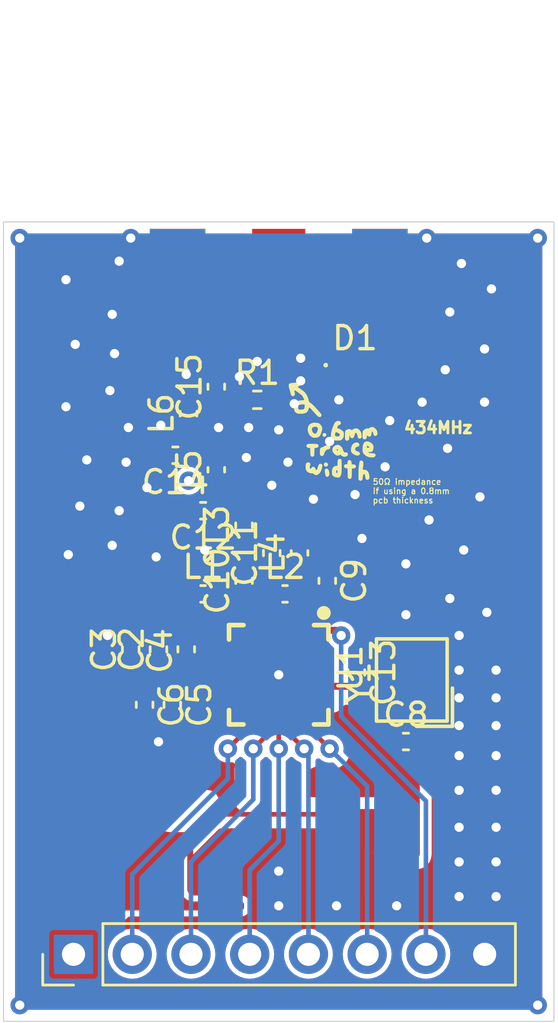
<source format=kicad_pcb>
(kicad_pcb (version 20240108) (generator "pcbnew") (generator_version "8.0")
  (layers (0 "F.Cu" signal) (31 "B.Cu" signal) (34 "B.Paste" user) (35 "F.Paste" user) (36 "B.SilkS" user "B.Silkscreen") (37 "F.SilkS" user "F.Silkscreen") (38 "B.Mask" user) (39 "F.Mask" user) (44 "Edge.Cuts" user))
  (net 0 "")
  (net 1 "GND")
  (net 2 "+3V3")
  (net 3 "RX+")
  (net 4 "TX")
  (net 5 "Net-(C10-Pad2)")
  (net 6 "Net-(C11-Pad2)")
  (net 7 "RX-")
  (net 8 "XIN")
  (net 9 "Net-(Y1-Output)")
  (net 10 "Net-(C14-Pad1)")
  (net 11 "Net-(C15-Pad1)")
  (net 12 "Net-(J2-RF)")
  (net 13 "SCLK")
  (net 16 "MISO")
  (net 18 "nCS")
  (net 20 "nINT")
  (net 22 "SDN")
  (net 24 "MOSI")
  (footprint "LOGO" (layer "F.Cu") (at 202.402191 62.745326)
    (property "Reference" "G***" (hide yes))
    (property "Value" "LOGO" (hide yes))
  )
  (footprint "Capacitor_SMD:C_0402_1005Metric_Pad0.74x0.62mm_HandSolder" (layer "F.Cu") (at 197.82 61.1625 90)
    (property "Reference" "C15" (at 0 -1.16 90) (layer "F.SilkS"))
    (property "Value" "11p6")
    (pad "1" smd roundrect (at -0.5675 0 90) (size 0.735 0.62) (layers "F.Cu" "F.Paste" "F.Mask") (net 11 "Net-(C15-Pad1)"))
    (pad "2" smd roundrect (at 0.5675 0 90) (size 0.735 0.62) (layers "F.Cu" "F.Paste" "F.Mask") (net 1 "GND"))
  )
  (footprint "Capacitor_SMD:C_0402_1005Metric_Pad0.74x0.62mm_HandSolder" (layer "F.Cu") (at 206.02 76.52)
    (property "Reference" "C8" (at 0 -1.16 0) (layer "F.SilkS"))
    (property "Value" "10n")
    (pad "1" smd roundrect (at -0.5675 0) (size 0.735 0.62) (layers "F.Cu" "F.Paste" "F.Mask") (net 2 "+3V3"))
    (pad "2" smd roundrect (at 0.5675 0) (size 0.735 0.62) (layers "F.Cu" "F.Paste" "F.Mask") (net 1 "GND"))
  )
  (footprint "Capacitor_SMD:C_0402_1005Metric_Pad0.74x0.62mm_HandSolder" (layer "F.Cu") (at 200.22 68.3625 90)
    (property "Reference" "C11" (at 0 -1.16 90) (layer "F.SilkS"))
    (property "Value" "6p5")
    (pad "1" smd roundrect (at -0.5675 0 90) (size 0.735 0.62) (layers "F.Cu" "F.Paste" "F.Mask") (net 7 "RX-"))
    (pad "2" smd roundrect (at 0.5675 0 90) (size 0.735 0.62) (layers "F.Cu" "F.Paste" "F.Mask") (net 6 "Net-(C11-Pad2)"))
  )
  (footprint "Capacitor_SMD:C_0402_1005Metric_Pad0.74x0.62mm_HandSolder" (layer "F.Cu") (at 195.92 74.93 -90)
    (property "Reference" "C5" (at 0 -1.16 90) (layer "F.SilkS"))
    (property "Value" "220p")
    (pad "1" smd roundrect (at -0.5675 0 270) (size 0.735 0.62) (layers "F.Cu" "F.Paste" "F.Mask") (net 2 "+3V3"))
    (pad "2" smd roundrect (at 0.5675 0 270) (size 0.735 0.62) (layers "F.Cu" "F.Paste" "F.Mask") (net 1 "GND"))
  )
  (footprint "Capacitor_SMD:C_0402_1005Metric_Pad0.74x0.62mm_HandSolder" (layer "F.Cu") (at 197.2525 66.53 180)
    (property "Reference" "C12" (at 0 -1.16 0) (layer "F.SilkS"))
    (property "Value" "15n4")
    (pad "1" smd roundrect (at -0.5675 0 180) (size 0.735 0.62) (layers "F.Cu" "F.Paste" "F.Mask") (net 6 "Net-(C11-Pad2)"))
    (pad "2" smd roundrect (at 0.5675 0 180) (size 0.735 0.62) (layers "F.Cu" "F.Paste" "F.Mask") (net 1 "GND"))
  )
  (footprint "Inductor_SMD:L_0402_1005Metric_Pad0.77x0.64mm_HandSolder" (layer "F.Cu") (at 197.2475 70.13)
    (property "Reference" "L1" (at 0 -1.17 0) (layer "F.SilkS"))
    (property "Value" "280n9")
    (pad "1" smd roundrect (at -0.5725 0) (size 0.765 0.64) (layers "F.Cu" "F.Paste" "F.Mask") (net 2 "+3V3"))
    (pad "2" smd roundrect (at 0.5725 0) (size 0.765 0.64) (layers "F.Cu" "F.Paste" "F.Mask") (net 4 "TX"))
  )
  (footprint "Capacitor_SMD:C_0402_1005Metric_Pad0.74x0.62mm_HandSolder" (layer "F.Cu") (at 196.52 72.53 90)
    (property "Reference" "C4" (at -0.07 -1.14 90) (layer "F.SilkS"))
    (property "Value" "100n")
    (pad "1" smd roundrect (at -0.5675 0 90) (size 0.735 0.62) (layers "F.Cu" "F.Paste" "F.Mask") (net 2 "+3V3"))
    (pad "2" smd roundrect (at 0.5675 0 90) (size 0.735 0.62) (layers "F.Cu" "F.Paste" "F.Mask") (net 1 "GND"))
  )
  (footprint "Diode_SMD:D_0402_1005Metric_Pad0.77x0.64mm_HandSolder" (layer "F.Cu") (at 203.8175 60.23)
    (property "Reference" "D1" (at 0 -1.17 0) (layer "F.SilkS"))
    (property "Value" "D_ESD")
    (pad "1" smd roundrect (at -0.5725 0) (size 0.765 0.64) (layers "F.Cu" "F.Paste" "F.Mask") (net 12 "Net-(J2-RF)"))
    (pad "2" smd roundrect (at 0.5725 0) (size 0.765 0.64) (layers "F.Cu" "F.Paste" "F.Mask") (net 1 "GND"))
  )
  (footprint "Strix:SMA-Edge" (layer "F.Cu") (at 200.52 56.83)
    (property "Reference" "J2")
    (property "Value" "Coax")
    (pad "1" smd rect (at 0 0) (size 2.3 5) (layers "F.Cu" "F.Paste" "F.Mask") (net 12 "Net-(J2-RF)"))
    (pad "2" smd rect (at -4.375 0) (size 2.4 5) (layers "F.Cu" "F.Paste" "F.Mask") (net 1 "GND"))
    (pad "2" smd rect (at -4.375 0) (size 2.4 5) (layers "B.Cu" "B.Paste" "B.Mask") (net 1 "GND"))
    (pad "2" smd rect (at 4.375 0) (size 2.4 5) (layers "F.Cu" "F.Paste" "F.Mask") (net 1 "GND"))
    (pad "2" smd rect (at 4.375 0) (size 2.4 5) (layers "B.Cu" "B.Paste" "B.Mask") (net 1 "GND"))
  )
  (footprint "Inductor_SMD:L_0402_1005Metric_Pad0.77x0.64mm_HandSolder" (layer "F.Cu") (at 197.82 64.7575 90)
    (property "Reference" "L5" (at 0 -1.17 90) (layer "F.SilkS"))
    (property "Value" "15n3")
    (pad "1" smd roundrect (at -0.5725 0 90) (size 0.765 0.64) (layers "F.Cu" "F.Paste" "F.Mask") (net 6 "Net-(C11-Pad2)"))
    (pad "2" smd roundrect (at 0.5725 0 90) (size 0.765 0.64) (layers "F.Cu" "F.Paste" "F.Mask") (net 10 "Net-(C14-Pad1)"))
  )
  (footprint "Capacitor_SMD:C_0402_1005Metric_Pad0.74x0.62mm_HandSolder" (layer "F.Cu") (at 195.32 72.53 90)
    (property "Reference" "C2" (at 0 -1.16 90) (layer "F.SilkS"))
    (property "Value" "1u")
    (pad "1" smd roundrect (at -0.5675 0 90) (size 0.735 0.62) (layers "F.Cu" "F.Paste" "F.Mask") (net 2 "+3V3"))
    (pad "2" smd roundrect (at 0.5675 0 90) (size 0.735 0.62) (layers "F.Cu" "F.Paste" "F.Mask") (net 1 "GND"))
  )
  (footprint "Capacitor_SMD:C_0402_1005Metric_Pad0.74x0.62mm_HandSolder" (layer "F.Cu") (at 203.88 73.53 -90)
    (property "Reference" "C13" (at 0 -1.16 90) (layer "F.SilkS"))
    (property "Value" "1n")
    (pad "1" smd roundrect (at -0.5675 0 270) (size 0.735 0.62) (layers "F.Cu" "F.Paste" "F.Mask") (net 9 "Net-(Y1-Output)"))
    (pad "2" smd roundrect (at 0.5675 0 270) (size 0.735 0.62) (layers "F.Cu" "F.Paste" "F.Mask") (net 8 "XIN"))
  )
  (footprint "2T026000VY:CRYSTAL-SMD_4P-L2.5-W2.0-BL-1" (layer "F.Cu") (at 206.2755 73.856 90)
    (property "Reference" "Y1" (at -0.114 -2.30475 90) (layer "F.SilkS"))
    (property "Value" "26MHz")
    (pad "1" smd rect (at -0.95 0.75 90) (size 1.2 1.1) (layers "F.Cu" "F.Paste" "F.Mask") (net 1 "GND"))
    (pad "2" smd rect (at 0.95 0.75 90) (size 1.2 1.1) (layers "F.Cu" "F.Paste" "F.Mask") (net 1 "GND"))
    (pad "3" smd rect (at 0.95 -0.75 90) (size 1.2 1.1) (layers "F.Cu" "F.Paste" "F.Mask") (net 9 "Net-(Y1-Output)"))
    (pad "4" smd rect (at -0.95 -0.75 90) (size 1.2 1.1) (layers "F.Cu" "F.Paste" "F.Mask") (net 2 "+3V3"))
  )
  (footprint "Inductor_SMD:L_0402_1005Metric_Pad0.77x0.64mm_HandSolder" (layer "F.Cu") (at 200.7925 70.13)
    (property "Reference" "L2" (at 0 -1.17 0) (layer "F.SilkS"))
    (property "Value" "86n8")
    (pad "1" smd roundrect (at -0.5725 0) (size 0.765 0.64) (layers "F.Cu" "F.Paste" "F.Mask") (net 7 "RX-"))
    (pad "2" smd roundrect (at 0.5725 0) (size 0.765 0.64) (layers "F.Cu" "F.Paste" "F.Mask") (net 3 "RX+"))
  )
  (footprint "Capacitor_SMD:C_0402_1005Metric_Pad0.74x0.62mm_HandSolder" (layer "F.Cu") (at 194.12 72.53 90)
    (property "Reference" "C3" (at 0 -1.16 90) (layer "F.SilkS"))
    (property "Value" "2u2")
    (pad "1" smd roundrect (at -0.5675 0 90) (size 0.735 0.62) (layers "F.Cu" "F.Paste" "F.Mask") (net 2 "+3V3"))
    (pad "2" smd roundrect (at 0.5675 0 90) (size 0.735 0.62) (layers "F.Cu" "F.Paste" "F.Mask") (net 1 "GND"))
  )
  (footprint "Capacitor_SMD:C_0402_1005Metric_Pad0.74x0.62mm_HandSolder" (layer "F.Cu") (at 194.72 74.93 -90)
    (property "Reference" "C6" (at 0 -1.16 90) (layer "F.SilkS"))
    (property "Value" "100p")
    (pad "1" smd roundrect (at -0.5675 0 270) (size 0.735 0.62) (layers "F.Cu" "F.Paste" "F.Mask") (net 2 "+3V3"))
    (pad "2" smd roundrect (at 0.5675 0 270) (size 0.735 0.62) (layers "F.Cu" "F.Paste" "F.Mask") (net 1 "GND"))
  )
  (footprint "Capacitor_SMD:C_0402_1005Metric_Pad0.74x0.62mm_HandSolder" (layer "F.Cu") (at 199.02 69.5625 90)
    (property "Reference" "C10" (at 0 -1.16 90) (layer "F.SilkS"))
    (property "Value" "8p7")
    (pad "1" smd roundrect (at -0.5675 0 90) (size 0.735 0.62) (layers "F.Cu" "F.Paste" "F.Mask") (net 4 "TX"))
    (pad "2" smd roundrect (at 0.5675 0 90) (size 0.735 0.62) (layers "F.Cu" "F.Paste" "F.Mask") (net 5 "Net-(C10-Pad2)"))
  )
  (footprint "Capacitor_SMD:C_0402_1005Metric_Pad0.74x0.62mm_HandSolder" (layer "F.Cu") (at 196.0525 64.13 180)
    (property "Reference" "C14" (at 0 -1.16 0) (layer "F.SilkS"))
    (property "Value" "23p")
    (pad "1" smd roundrect (at -0.5675 0 180) (size 0.735 0.62) (layers "F.Cu" "F.Paste" "F.Mask") (net 10 "Net-(C14-Pad1)"))
    (pad "2" smd roundrect (at 0.5675 0 180) (size 0.735 0.62) (layers "F.Cu" "F.Paste" "F.Mask") (net 1 "GND"))
  )
  (footprint "Inductor_SMD:L_0402_1005Metric_Pad0.77x0.64mm_HandSolder" (layer "F.Cu") (at 199.02 67.1575 90)
    (property "Reference" "L3" (at 0 -1.17 90) (layer "F.SilkS"))
    (property "Value" "30n7")
    (pad "1" smd roundrect (at -0.5725 0 90) (size 0.765 0.64) (layers "F.Cu" "F.Paste" "F.Mask") (net 5 "Net-(C10-Pad2)"))
    (pad "2" smd roundrect (at 0.5725 0 90) (size 0.765 0.64) (layers "F.Cu" "F.Paste" "F.Mask") (net 6 "Net-(C11-Pad2)"))
  )
  (footprint "Resistor_SMD:R_0402_1005Metric_Pad0.72x0.64mm_HandSolder" (layer "F.Cu") (at 199.5925 61.73)
    (property "Reference" "R1" (at 0 -1.17 0) (layer "F.SilkS"))
    (property "Value" "0")
    (pad "1" smd roundrect (at -0.5975 0) (size 0.715 0.64) (layers "F.Cu" "F.Paste" "F.Mask") (net 11 "Net-(C15-Pad1)"))
    (pad "2" smd roundrect (at 0.5975 0) (size 0.715 0.64) (layers "F.Cu" "F.Paste" "F.Mask") (net 12 "Net-(J2-RF)"))
  )
  (footprint "Capacitor_SMD:C_0402_1005Metric_Pad0.74x0.62mm_HandSolder" (layer "F.Cu") (at 202.62 69.5625 -90)
    (property "Reference" "C9" (at 0 -1.16 90) (layer "F.SilkS"))
    (property "Value" "6p5")
    (pad "1" smd roundrect (at -0.5675 0 270) (size 0.735 0.62) (layers "F.Cu" "F.Paste" "F.Mask") (net 3 "RX+"))
    (pad "2" smd roundrect (at 0.5675 0 270) (size 0.735 0.62) (layers "F.Cu" "F.Paste" "F.Mask") (net 1 "GND"))
  )
  (footprint "Inductor_SMD:L_0402_1005Metric_Pad0.77x0.64mm_HandSolder" (layer "F.Cu") (at 201.42 68.3575 90)
    (property "Reference" "L4" (at 0 -1.17 90) (layer "F.SilkS"))
    (property "Value" "34n4")
    (pad "1" smd roundrect (at -0.5725 0 90) (size 0.765 0.64) (layers "F.Cu" "F.Paste" "F.Mask") (net 3 "RX+"))
    (pad "2" smd roundrect (at 0.5725 0 90) (size 0.765 0.64) (layers "F.Cu" "F.Paste" "F.Mask") (net 6 "Net-(C11-Pad2)"))
  )
  (footprint "Strix:Header_Breadboard_1x08" (layer "F.Cu") (at 191.645 85.73 90)
    (property "Reference" "J1")
    (property "Value" "HEADER")
    (pad "1" thru_hole rect (at 0 0 90) (size 1.7 1.7) (drill 1) (layers "*.Cu" "*.Mask") (net 2 "+3V3"))
    (pad "2" thru_hole oval (at 0 2.54 90) (size 1.7 1.7) (drill 1) (layers "*.Cu" "*.Mask") (net 20 "nINT"))
    (pad "3" thru_hole oval (at 0 5.08 90) (size 1.7 1.7) (drill 1) (layers "*.Cu" "*.Mask") (net 13 "SCLK"))
    (pad "4" thru_hole oval (at 0 7.62 90) (size 1.7 1.7) (drill 1) (layers "*.Cu" "*.Mask") (net 16 "MISO"))
    (pad "5" thru_hole oval (at 0 10.16 90) (size 1.7 1.7) (drill 1) (layers "*.Cu" "*.Mask") (net 24 "MOSI"))
    (pad "6" thru_hole oval (at 0 12.7 90) (size 1.7 1.7) (drill 1) (layers "*.Cu" "*.Mask") (net 18 "nCS"))
    (pad "7" thru_hole oval (at 0 15.24 90) (size 1.7 1.7) (drill 1) (layers "*.Cu" "*.Mask") (net 22 "SDN"))
    (pad "8" thru_hole oval (at 0 17.78 90) (size 1.7 1.7) (drill 1) (layers "*.Cu" "*.Mask") (net 1 "GND"))
  )
  (footprint "SI4463-C2A-GMR:QFN-20_L4.0-W4.0-P0.50-TL-EP2.5" (layer "F.Cu") (at 200.52 73.63 -90)
    (property "Reference" "U1" (at -0.287252 -3.1 -90) (layer "F.SilkS"))
    (property "Value" "Si4463")
    (pad "1" smd oval (at -2 -1) (size 0.28 0.8) (layers "F.Cu" "F.Paste" "F.Mask") (net 22 "SDN"))
    (pad "2" smd oval (at -2 -0.5) (size 0.28 0.8) (layers "F.Cu" "F.Paste" "F.Mask") (net 3 "RX+"))
    (pad "3" smd oval (at -2 0) (size 0.28 0.8) (layers "F.Cu" "F.Paste" "F.Mask") (net 7 "RX-"))
    (pad "4" smd oval (at -2 0.5) (size 0.28 0.8) (layers "F.Cu" "F.Paste" "F.Mask") (net 4 "TX"))
    (pad "5" smd oval (at -2 1) (size 0.28 0.8) (layers "F.Cu" "F.Paste" "F.Mask"))
    (pad "6" smd oval (at -1 2 270) (size 0.28 0.8) (layers "F.Cu" "F.Paste" "F.Mask") (net 2 "+3V3"))
    (pad "7" smd oval (at -0.5 2 270) (size 0.28 0.8) (layers "F.Cu" "F.Paste" "F.Mask"))
    (pad "8" smd oval (at 0 2 270) (size 0.28 0.8) (layers "F.Cu" "F.Paste" "F.Mask") (net 2 "+3V3"))
    (pad "9" smd oval (at 0.5 2 270) (size 0.28 0.8) (layers "F.Cu" "F.Paste" "F.Mask"))
    (pad "10" smd oval (at 1 2 270) (size 0.28 0.8) (layers "F.Cu" "F.Paste" "F.Mask"))
    (pad "11" smd oval (at 2 1) (size 0.28 0.8) (layers "F.Cu" "F.Paste" "F.Mask") (net 20 "nINT"))
    (pad "12" smd oval (at 2 0.5) (size 0.28 0.8) (layers "F.Cu" "F.Paste" "F.Mask") (net 13 "SCLK"))
    (pad "13" smd oval (at 2 0) (size 0.28 0.8) (layers "F.Cu" "F.Paste" "F.Mask") (net 16 "MISO"))
    (pad "14" smd oval (at 2 -0.5) (size 0.28 0.8) (layers "F.Cu" "F.Paste" "F.Mask") (net 24 "MOSI"))
    (pad "15" smd oval (at 2 -1) (size 0.28 0.8) (layers "F.Cu" "F.Paste" "F.Mask") (net 18 "nCS"))
    (pad "16" smd oval (at 1 -2 270) (size 0.28 0.8) (layers "F.Cu" "F.Paste" "F.Mask"))
    (pad "17" smd oval (at 0.5 -2 270) (size 0.28 0.8) (layers "F.Cu" "F.Paste" "F.Mask") (net 8 "XIN"))
    (pad "18" smd oval (at 0 -2 270) (size 0.28 0.8) (layers "F.Cu" "F.Paste" "F.Mask") (net 1 "GND"))
    (pad "19" smd oval (at -0.5 -2 270) (size 0.28 0.8) (layers "F.Cu" "F.Paste" "F.Mask"))
    (pad "20" smd oval (at -1 -2 270) (size 0.28 0.8) (layers "F.Cu" "F.Paste" "F.Mask"))
    (pad "21" smd rect (at 0 0 270) (size 2.5 2.5) (layers "F.Cu" "F.Paste" "F.Mask") (net 1 "GND"))
  )
  (footprint "Inductor_SMD:L_0402_1005Metric_Pad0.77x0.64mm_HandSolder" (layer "F.Cu") (at 196.62 62.33 90)
    (property "Reference" "L6" (at 0 -1.17 90) (layer "F.SilkS"))
    (property "Value" "15n3")
    (pad "1" smd roundrect (at -0.5725 0 90) (size 0.765 0.64) (layers "F.Cu" "F.Paste" "F.Mask") (net 10 "Net-(C14-Pad1)"))
    (pad "2" smd roundrect (at 0.5725 0 90) (size 0.765 0.64) (layers "F.Cu" "F.Paste" "F.Mask") (net 11 "Net-(C15-Pad1)"))
  )
  (gr_line (start 188.62 54.03) (end 212.42 54.03) (stroke (width 0.05)) (layer "Edge.Cuts"))
  (gr_line (start 212.42 88.63) (end 188.62 88.63) (stroke (width 0.05)) (layer "Edge.Cuts"))
  (gr_line (start 212.42 54.03) (end 212.42 88.63) (stroke (width 0.05)) (layer "Edge.Cuts"))
  (gr_line (start 188.62 88.63) (end 188.62 54.03) (stroke (width 0.05)) (layer "Edge.Cuts"))
  (gr_text "434MHz" (at 205.87 63.23 0) (layer "F.SilkS") (effects (font (size 0.5 0.5) (thickness 0.125) (bold yes)) (justify left bottom)))
  (gr_text "50Ω impedance\nif using a 0.8mm\npcb thickness" (at 204.56 66.23 0) (layer "F.SilkS") (effects (font (size 0.25 0.25) (thickness 0.046875) (bold yes)) (justify left bottom)))
  (via (at 196.62 65.23) (size 0.8) (drill 0.4) (layers "F.Cu" "B.Cu") (net 0))
  (segment (start 202.445 73.63) (end 200.52 73.63) (width 0.2) (layer "F.Cu") (net 1))
  (via (at 211.72 54.73) (size 0.8) (drill 0.4) (layers "F.Cu" "B.Cu") (net 1))
  (via (at 195.42 62.83) (size 0.8) (drill 0.4) (layers "F.Cu" "B.Cu") (net 1))
  (via (at 199.22 62.93) (size 0.8) (drill 0.4) (layers "F.Cu" "B.Cu") (net 1))
  (via (at 208.32 74.63) (size 0.8) (drill 0.4) (layers "F.Cu" "B.Cu") (net 1))
  (via (at 199.59 60.07) (size 0.8) (drill 0.4) (layers "F.Cu" "B.Cu") (net 1))
  (via (at 209.92 75.83) (size 0.8) (drill 0.4) (layers "F.Cu" "B.Cu") (net 1))
  (via (at 201.47 60.91) (size 0.8) (drill 0.4) (layers "F.Cu" "B.Cu") (net 1))
  (via (at 193.32 58.03) (size 0.8) (drill 0.4) (layers "F.Cu" "B.Cu") (net 1))
  (via (at 207.92 57.93) (size 0.8) (drill 0.4) (layers "F.Cu" "B.Cu") (net 1))
  (via (at 198.82 60.73) (size 0.8) (drill 0.4) (layers "F.Cu" "B.Cu") (net 1))
  (via (at 200.52 63.03) (size 0.8) (drill 0.4) (layers "F.Cu" "B.Cu") (net 1))
  (via (at 193.12 71.93) (size 0.8) (drill 0.4) (layers "F.Cu" "B.Cu") (net 1))
  (via (at 209.92 73.43) (size 0.8) (drill 0.4) (layers "F.Cu" "B.Cu") (net 1))
  (via (at 208.32 71.93) (size 0.8) (drill 0.4) (layers "F.Cu" "B.Cu") (net 1))
  (via (at 207.82 63.83) (size 0.8) (drill 0.4) (layers "F.Cu" "B.Cu") (net 1))
  (via (at 195.32 76.53) (size 0.8) (drill 0.4) (layers "F.Cu" "B.Cu") (net 1))
  (via (at 208.32 83.23) (size 0.8) (drill 0.4) (layers "F.Cu" "B.Cu") (net 1))
  (via (at 189.32 54.73) (size 0.8) (drill 0.4) (layers "F.Cu" "B.Cu") (net 1))
  (via (at 209.92 74.63) (size 0.8) (drill 0.4) (layers "F.Cu" "B.Cu") (net 1))
  (via (at 191.42 68.43) (size 0.8) (drill 0.4) (layers "F.Cu" "B.Cu") (net 1))
  (via (at 205.62 83.63) (size 0.8) (drill 0.4) (layers "F.Cu" "B.Cu") (net 1))
  (via (at 193.62 66.53) (size 0.8) (drill 0.4) (layers "F.Cu" "B.Cu") (net 1))
  (via (at 208.52 68.23) (size 0.8) (drill 0.4) (layers "F.Cu" "B.Cu") (net 1))
  (via (at 192.22 64.33) (size 0.8) (drill 0.4) (layers "F.Cu" "B.Cu") (net 1))
  (via (at 209.92 78.63) (size 0.8) (drill 0.4) (layers "F.Cu" "B.Cu") (net 1))
  (via (at 208.32 78.63) (size 0.8) (drill 0.4) (layers "F.Cu" "B.Cu") (net 1))
  (via (at 194.82 65.53) (size 0.8) (drill 0.4) (layers "F.Cu" "B.Cu") (net 1))
  (via (at 209.92 83.23) (size 0.8) (drill 0.4) (layers "F.Cu" "B.Cu") (net 1))
  (via (at 189.32 87.93) (size 0.8) (drill 0.4) (layers "F.Cu" "B.Cu") (net 1))
  (via (at 199.12 64.23) (size 0.8) (drill 0.4) (layers "F.Cu" "B.Cu") (net 1))
  (via (at 206.72 61.83) (size 0.8) (drill 0.4) (layers "F.Cu" "B.Cu") (net 1))
  (via (at 208.42 55.83) (size 0.8) (drill 0.4) (layers "F.Cu" "B.Cu") (net 1))
  (via (at 202.02 66.03) (size 0.8) (drill 0.4) (layers "F.Cu" "B.Cu") (net 1))
  (via (at 207.92 70.33) (size 0.8) (drill 0.4) (layers "F.Cu" "B.Cu") (net 1))
  (via (at 194.02 62.93) (size 0.8) (drill 0.4) (layers "F.Cu" "B.Cu") (net 1))
  (via (at 209.72 56.93) (size 0.8) (drill 0.4) (layers "F.Cu" "B.Cu") (net 1))
  (via (at 201.19 61.9) (size 0.8) (drill 0.4) (layers "F.Cu" "B.Cu") (net 1))
  (via (at 209.22 65.93) (size 0.8) (drill 0.4) (layers "F.Cu" "B.Cu") (net 1))
  (via (at 209.92 81.73) (size 0.8) (drill 0.4) (layers "F.Cu" "B.Cu") (net 1))
  (via (at 191.32 62.03) (size 0.8) (drill 0.4) (layers "F.Cu" "B.Cu") (net 1))
  (via (at 211.72 87.93) (size 0.8) (drill 0.4) (layers "F.Cu" "B.Cu") (net 1))
  (via (at 208.32 80.23) (size 0.8) (drill 0.4) (layers "F.Cu" "B.Cu") (net 1))
  (via (at 200.52 73.63) (size 0.8) (drill 0.4) (layers "F.Cu" "B.Cu") (net 1))
  (via (at 200.52 83.63) (size 0.8) (drill 0.4) (layers "F.Cu" "B.Cu") (net 1))
  (via (at 208.32 75.83) (size 0.8) (drill 0.4) (layers "F.Cu" "B.Cu") (net 1))
  (via (at 193.22 61.33) (size 0.8) (drill 0.4) (layers "F.Cu" "B.Cu") (net 1))
  (via (at 193.32 68.03) (size 0.8) (drill 0.4) (layers "F.Cu" "B.Cu") (net 1))
  (via (at 208.32 81.73) (size 0.8) (drill 0.4) (layers "F.Cu" "B.Cu") (net 1))
  (via (at 209.42 59.53) (size 0.8) (drill 0.4) (layers "F.Cu" "B.Cu") (net 1))
  (via (at 200.92 64.43) (size 0.8) (drill 0.4) (layers "F.Cu" "B.Cu") (net 1))
  (via (at 206.02 71.03) (size 0.8) (drill 0.4) (layers "F.Cu" "B.Cu") (net 1))
  (via (at 195.22 68.53) (size 0.8) (drill 0.4) (layers "F.Cu" "B.Cu") (net 1))
  (via (at 191.32 56.53) (size 0.8) (drill 0.4) (layers "F.Cu" "B.Cu") (net 1))
  (via (at 197.32 68.23) (size 0.8) (drill 0.4) (layers "F.Cu" "B.Cu") (net 1))
  (via (at 205.32 62.63) (size 0.8) (drill 0.4) (layers "F.Cu" "B.Cu") (net 1))
  (via (at 205.12 64.63) (size 0.8) (drill 0.4) (layers "F.Cu" "B.Cu") (net 1))
  (via (at 209.92 80.23) (size 0.8) (drill 0.4) (layers "F.Cu" "B.Cu") (net 1))
  (via (at 193.42 59.73) (size 0.8) (drill 0.4) (layers "F.Cu" "B.Cu") (net 1))
  (via (at 197.92 62.93) (size 0.8) (drill 0.4) (layers "F.Cu" "B.Cu") (net 1))
  (via (at 206.02 68.83) (size 0.8) (drill 0.4) (layers "F.Cu" "B.Cu") (net 1))
  (via (at 194.12 54.73) (size 0.8) (drill 0.4) (layers "F.Cu" "B.Cu") (net 1))
  (via (at 196.52 60.63) (size 0.8) (drill 0.4) (layers "F.Cu" "B.Cu") (net 1))
  (via (at 207.72 60.43) (size 0.8) (drill 0.4) (layers "F.Cu" "B.Cu") (net 1))
  (via (at 209.92 77.13) (size 0.8) (drill 0.4) (layers "F.Cu" "B.Cu") (net 1))
  (via (at 191.72 59.33) (size 0.8) (drill 0.4) (layers "F.Cu" "B.Cu") (net 1))
  (via (at 206.92 54.73) (size 0.8) (drill 0.4) (layers "F.Cu" "B.Cu") (net 1))
  (via (at 209.52 70.93) (size 0.8) (drill 0.4) (layers "F.Cu" "B.Cu") (net 1))
  (via (at 207.02 66.93) (size 0.8) (drill 0.4) (layers "F.Cu" "B.Cu") (net 1))
  (via (at 202.72 63.53) (size 0.8) (drill 0.4) (layers "F.Cu" "B.Cu") (net 1))
  (via (at 201.47 59.93) (size 0.8) (drill 0.4) (layers "F.Cu" "B.Cu") (net 1))
  (via (at 209.42 61.83) (size 0.8) (drill 0.4) (layers "F.Cu" "B.Cu") (net 1))
  (via (at 193.92 64.43) (size 0.8) (drill 0.4) (layers "F.Cu" "B.Cu") (net 1))
  (via (at 200.22 65.43) (size 0.8) (drill 0.4) (layers "F.Cu" "B.Cu") (net 1))
  (via (at 193.62 55.73) (size 0.8) (drill 0.4) (layers "F.Cu" "B.Cu") (net 1))
  (via (at 203.82 65.83) (size 0.8) (drill 0.4) (layers "F.Cu" "B.Cu") (net 1))
  (via (at 203.12 61.73) (size 0.8) (drill 0.4) (layers "F.Cu" "B.Cu") (net 1))
  (via (at 204.12 67.73) (size 0.8) (drill 0.4) (layers "F.Cu" "B.Cu") (net 1))
  (via (at 200.52 82.13) (size 0.8) (drill 0.4) (layers "F.Cu" "B.Cu") (net 1))
  (via (at 208.32 73.43) (size 0.8) (drill 0.4) (layers "F.Cu" "B.Cu") (net 1))
  (via (at 208.32 77.13) (size 0.8) (drill 0.4) (layers "F.Cu" "B.Cu") (net 1))
  (via (at 191.92 66.33) (size 0.8) (drill 0.4) (layers "F.Cu" "B.Cu") (net 1))
  (via (at 203.02 83.63) (size 0.8) (drill 0.4) (layers "F.Cu" "B.Cu") (net 1))
  (segment (start 191.645 85.73) (end 197.705 79.67) (width 0.2) (layer "F.Cu") (net 2))
  (segment (start 197.705 79.67) (end 202.3025 79.67) (width 0.2) (layer "F.Cu") (net 2))
  (segment (start 202.3025 79.67) (end 205.4525 76.52) (width 0.2) (layer "F.Cu") (net 2))
  (segment (start 202.555 68.93) (end 202.62 68.995) (width 0.3) (layer "F.Cu") (net 3))
  (segment (start 201.365 68.985) (end 201.42 68.93) (width 0.3) (layer "F.Cu") (net 3))
  (segment (start 201.02 70.475) (end 201.365 70.13) (width 0.2) (layer "F.Cu") (net 3))
  (segment (start 201.02 71.705) (end 201.02 70.475) (width 0.2) (layer "F.Cu") (net 3))
  (segment (start 201.42 68.93) (end 202.555 68.93) (width 0.3) (layer "F.Cu") (net 3))
  (segment (start 201.365 70.13) (end 201.365 68.985) (width 0.3) (layer "F.Cu") (net 3))
  (segment (start 200.02 71.13) (end 200.02 71.705) (width 0.2) (layer "F.Cu") (net 4))
  (segment (start 197.82 70.13) (end 199.02 70.13) (width 0.3) (layer "F.Cu") (net 4))
  (segment (start 199.02 70.13) (end 200.02 71.13) (width 0.2) (layer "F.Cu") (net 4))
  (segment (start 199.02 67.73) (end 199.02 68.995) (width 0.3) (layer "F.Cu") (net 5))
  (segment (start 197.82 65.33) (end 197.82 66.53) (width 0.3) (layer "F.Cu") (net 6))
  (segment (start 200.22 67.795) (end 200.22 67.785) (width 0.3) (layer "F.Cu") (net 6))
  (segment (start 200.23 67.785) (end 200.22 67.795) (width 0.3) (layer "F.Cu") (net 6))
  (segment (start 199.02 66.585) (end 197.875 66.585) (width 0.3) (layer "F.Cu") (net 6))
  (segment (start 201.42 67.785) (end 200.23 67.785) (width 0.3) (layer "F.Cu") (net 6))
  (segment (start 197.875 66.585) (end 197.82 66.53) (width 0.3) (layer "F.Cu") (net 6))
  (segment (start 200.22 67.785) (end 199.02 66.585) (width 0.3) (layer "F.Cu") (net 6))
  (segment (start 200.52 70.43) (end 200.22 70.13) (width 0.2) (layer "F.Cu") (net 7))
  (segment (start 200.52 71.705) (end 200.52 70.43) (width 0.2) (layer "F.Cu") (net 7))
  (segment (start 200.22 70.13) (end 200.22 68.93) (width 0.3) (layer "F.Cu") (net 7))
  (segment (start 203.88 74.0975) (end 203.6125 74.0975) (width 0.2) (layer "F.Cu") (net 8))
  (segment (start 203.9875 74.13) (end 204.02 74.0975) (width 0.3) (layer "F.Cu") (net 8))
  (segment (start 203.58 74.13) (end 203.9875 74.13) (width 0.3) (layer "F.Cu") (net 8))
  (segment (start 202.445 74.13) (end 203.58 74.13) (width 0.3) (layer "F.Cu") (net 8))
  (segment (start 203.6125 74.0975) (end 203.58 74.13) (width 0.2) (layer "F.Cu") (net 8))
  (segment (start 204.02 72.9625) (end 204.26 72.9625) (width 0.3) (layer "F.Cu") (net 9))
  (segment (start 204.26 72.9625) (end 205.4025 72.9625) (width 0.3) (layer "F.Cu") (net 9))
  (segment (start 205.4025 72.9625) (end 205.42 72.98) (width 0.3) (layer "F.Cu") (net 9))
  (segment (start 203.88 72.9625) (end 204.26 72.9625) (width 0.2) (layer "F.Cu") (net 9))
  (segment (start 196.62 64.13) (end 196.62 62.9025) (width 0.3) (layer "F.Cu") (net 10))
  (segment (start 197.82 64.185) (end 196.675 64.185) (width 0.3) (layer "F.Cu") (net 10))
  (segment (start 196.675 64.185) (end 196.62 64.13) (width 0.3) (layer "F.Cu") (net 10))
  (segment (start 197.7925 61.7575) (end 197.82 61.73) (width 0.3) (layer "F.Cu") (net 11))
  (segment (start 196.62 61.7575) (end 197.7925 61.7575) (width 0.3) (layer "F.Cu") (net 11))
  (segment (start 197.82 61.73) (end 199.02 61.73) (width 0.3) (layer "F.Cu") (net 11))
  (segment (start 200.165 61.73) (end 200.227107 61.667893) (width 0.3) (layer "F.Cu") (net 12))
  (segment (start 200.52 56.83) (end 203.2475 59.5575) (width 0.2) (layer "F.Cu") (net 12))
  (segment (start 200.52 60.960786) (end 200.52 56.83) (width 0.6) (layer "F.Cu") (net 12))
  (segment (start 203.2475 59.5575) (end 203.2475 60.23) (width 0.2) (layer "F.Cu") (net 12))
  (arc (start 200.52 60.960786) (mid 200.44388 61.343469) (end 200.227107 61.667893) (width 0.6) (layer "F.Cu") (net 12))
  (segment (start 200.02 75.555) (end 200.02 76.23) (width 0.2) (layer "F.Cu") (net 13))
  (segment (start 200.02 76.23) (end 199.42 76.83) (width 0.2) (layer "F.Cu") (net 13))
  (via (at 199.42 76.83) (size 0.8) (drill 0.4) (layers "F.Cu" "B.Cu") (net 13))
  (segment (start 196.725 85.73) (end 196.725 81.725) (width 0.2) (layer "B.Cu") (net 13))
  (segment (start 196.725 81.725) (end 199.42 79.03) (width 0.2) (layer "B.Cu") (net 13))
  (segment (start 199.42 79.03) (end 199.42 76.83) (width 0.2) (layer "B.Cu") (net 13))
  (segment (start 200.52 75.555) (end 200.52 76.83) (width 0.2) (layer "F.Cu") (net 16))
  (via (at 200.52 76.83) (size 0.8) (drill 0.4) (layers "F.Cu" "B.Cu") (net 16))
  (segment (start 200.52 80.83) (end 199.265 82.085) (width 0.2) (layer "B.Cu") (net 16))
  (segment (start 199.265 82.085) (end 199.265 85.73) (width 0.2) (layer "B.Cu") (net 16))
  (segment (start 200.52 76.83) (end 200.52 80.83) (width 0.2) (layer "B.Cu") (net 16))
  (segment (start 201.52 75.555) (end 201.52 75.63) (width 0.2) (layer "F.Cu") (net 18))
  (segment (start 201.52 75.63) (end 202.72 76.83) (width 0.2) (layer "F.Cu") (net 18))
  (via (at 202.72 76.83) (size 0.8) (drill 0.4) (layers "F.Cu" "B.Cu") (net 18))
  (segment (start 202.72 76.83) (end 204.345 78.455) (width 0.2) (layer "B.Cu") (net 18))
  (segment (start 204.345 78.455) (end 204.345 85.73) (width 0.2) (layer "B.Cu") (net 18))
  (segment (start 199.52 75.555) (end 199.52 75.63) (width 0.2) (layer "F.Cu") (net 20))
  (segment (start 199.52 75.63) (end 198.32 76.83) (width 0.2) (layer "F.Cu") (net 20))
  (via (at 198.32 76.83) (size 0.8) (drill 0.4) (layers "F.Cu" "B.Cu") (net 20))
  (segment (start 194.185 82.265) (end 194.185 85.73) (width 0.2) (layer "B.Cu") (net 20))
  (segment (start 198.32 78.13) (end 194.185 82.265) (width 0.2) (layer "B.Cu") (net 20))
  (segment (start 198.32 76.83) (end 198.32 78.13) (width 0.2) (layer "B.Cu") (net 20))
  (segment (start 203.22 71.93) (end 202.995 71.705) (width 0.3) (layer "F.Cu") (net 22))
  (segment (start 202.995 71.705) (end 201.52 71.705) (width 0.3) (layer "F.Cu") (net 22))
  (via (at 203.22 71.93) (size 0.8) (drill 0.4) (layers "F.Cu" "B.Cu") (net 22))
  (segment (start 206.885 85.73) (end 206.885 79.095) (width 0.2) (layer "B.Cu") (net 22))
  (segment (start 206.885 79.095) (end 203.22 75.43) (width 0.2) (layer "B.Cu") (net 22))
  (segment (start 203.22 75.43) (end 203.22 71.93) (width 0.2) (layer "B.Cu") (net 22))
  (segment (start 201.02 76.23) (end 201.62 76.83) (width 0.2) (layer "F.Cu") (net 24))
  (segment (start 201.02 75.555) (end 201.02 76.23) (width 0.2) (layer "F.Cu") (net 24))
  (via (at 201.62 76.83) (size 0.8) (drill 0.4) (layers "F.Cu" "B.Cu") (net 24))
  (segment (start 201.805 77.015) (end 201.805 85.73) (width 0.2) (layer "B.Cu") (net 24))
  (segment (start 201.62 76.83) (end 201.805 77.015) (width 0.2) (layer "B.Cu") (net 24))
  (zone (net 1) (net_name "GND") (layer "F.Cu") (priority 2) (connect_pads yes (clearance 0.508)) (min_thickness 0.254) (fill yes (thermal_gap 0.508) (thermal_bridge_width 0.508))
    (polygon (pts (xy 201.92 79.13) (xy 205.22 79.13) (xy 205.22 81.33) (xy 204.22 81.33) (xy 204.22 82.93) (xy 196.82 82.93) (xy 196.82 79.93) (xy 195.82 79.93) (xy 195.82 79.13) (xy 199.12 79.13) (xy 199.12 77.53) (xy 201.92 77.53)))
  )
  (zone (net 1) (net_name "GND") (layer "F.Cu") (priority 2) (connect_pads yes (clearance 0)) (min_thickness 0.254) (fill yes (thermal_gap 0.508) (thermal_bridge_width 0.508))
    (polygon (pts (xy 196.52 77.33) (xy 194.12 77.33) (xy 194.12 74.93) (xy 196.52 74.93)))
  )
  (zone (net 1) (net_name "GND") (layer "F.Cu") (priority 2) (connect_pads yes (clearance 0)) (min_thickness 0.254) (fill yes (thermal_gap 0.508) (thermal_bridge_width 0.508))
    (polygon (pts (xy 197.02 72.53) (xy 192.62 72.53) (xy 192.62 71.33) (xy 197.02 71.33)))
  )
  (zone (net 2) (net_name "+3V3") (layer "F.Cu") (priority 3) (connect_pads yes (clearance 0.508)) (min_thickness 0.254) (fill yes (thermal_gap 0.508) (thermal_bridge_width 0.508))
    (polygon (pts (xy 205.42 81.53) (xy 205.42 78.93) (xy 201.82 78.93) (xy 201.82 73.83) (xy 206.62 73.83) (xy 206.62 81.53)))
  )
  (zone (net 2) (net_name "+3V3") (layer "F.Cu") (priority 1) (connect_pads yes (clearance 0)) (min_thickness 0.254) (fill yes (thermal_gap 0.508) (thermal_bridge_width 0.508))
    (polygon (pts (xy 199.02 83.83) (xy 193.92 83.83) (xy 192.92 84.83) (xy 192.92 86.93) (xy 190.52 86.93) (xy 190.52 69.53) (xy 199.02 69.53)))
  )
  (zone (net 1) (net_name "GND") (layer "F.Cu") (connect_pads (clearance 0.254)) (min_thickness 0.254) (fill yes (thermal_gap 0.508) (thermal_bridge_width 0.508))
    (polygon (pts (xy 212.42 88.63) (xy 188.62 88.63) (xy 188.62 54.03) (xy 212.42 54.03)))
  )
  (zone (net 1) (net_name "GND") (layer "B.Cu") (priority 2) (connect_pads yes (clearance 0)) (min_thickness 0.254) (fill yes (thermal_gap 0.508) (thermal_bridge_width 0.508))
    (polygon (pts (xy 212.42 88.63) (xy 188.62 88.63) (xy 188.62 54.03) (xy 212.42 54.03)))
  )
)
</source>
